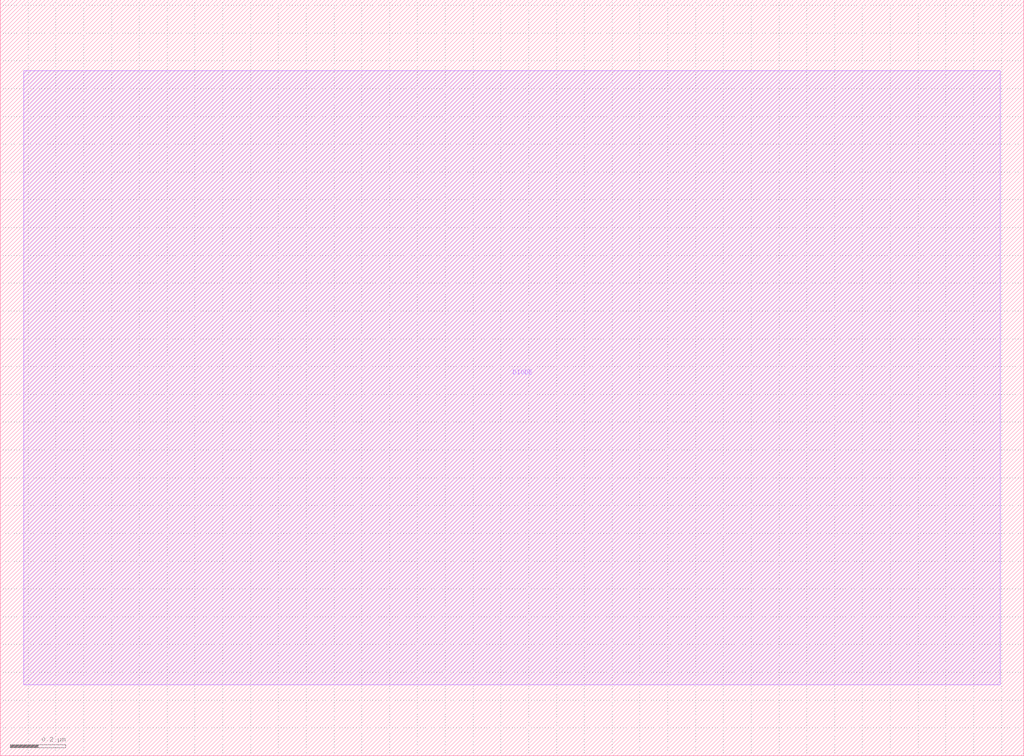
<source format=lef>
# Copyright 2020 The SkyWater PDK Authors
#
# Licensed under the Apache License, Version 2.0 (the "License");
# you may not use this file except in compliance with the License.
# You may obtain a copy of the License at
#
#     https://www.apache.org/licenses/LICENSE-2.0
#
# Unless required by applicable law or agreed to in writing, software
# distributed under the License is distributed on an "AS IS" BASIS,
# WITHOUT WARRANTIES OR CONDITIONS OF ANY KIND, either express or implied.
# See the License for the specific language governing permissions and
# limitations under the License.
#
# SPDX-License-Identifier: Apache-2.0

VERSION 5.7 ;
BUSBITCHARS "[]" ;
DIVIDERCHAR "/" ;
PROPERTYDEFINITIONS
  MACRO maskLayoutSubType STRING ;
  MACRO prCellType STRING ;
  MACRO originalViewName STRING ;
END PROPERTYDEFINITIONS
MACRO sky130_fd_sc_hdll__diode_8
  ORIGIN  0.000000  0.000000 ;
  CLASS CORE ;
  SYMMETRY X Y R90 ;
  SIZE  3.680000 BY  2.720000 ;
  SITE unithd ;
  PIN DIODE
    ANTENNADIFFAREA  2.352900 ;
    DIRECTION INPUT ;
    USE SIGNAL ;
    PORT
      LAYER li1 ;
        RECT 0.085000 0.255000 3.595000 2.465000 ;
    END
  END DIODE
  PIN VGND
    DIRECTION INOUT ;
    USE SIGNAL ;
  END VGND
  PIN VPWR
    DIRECTION INOUT ;
    USE SIGNAL ;
  END VPWR
  PROPERTY maskLayoutSubType "abstract" ;
  PROPERTY prCellType "standard" ;
  PROPERTY originalViewName "layout" ;
END sky130_fd_sc_hdll__diode_8
END LIBRARY

</source>
